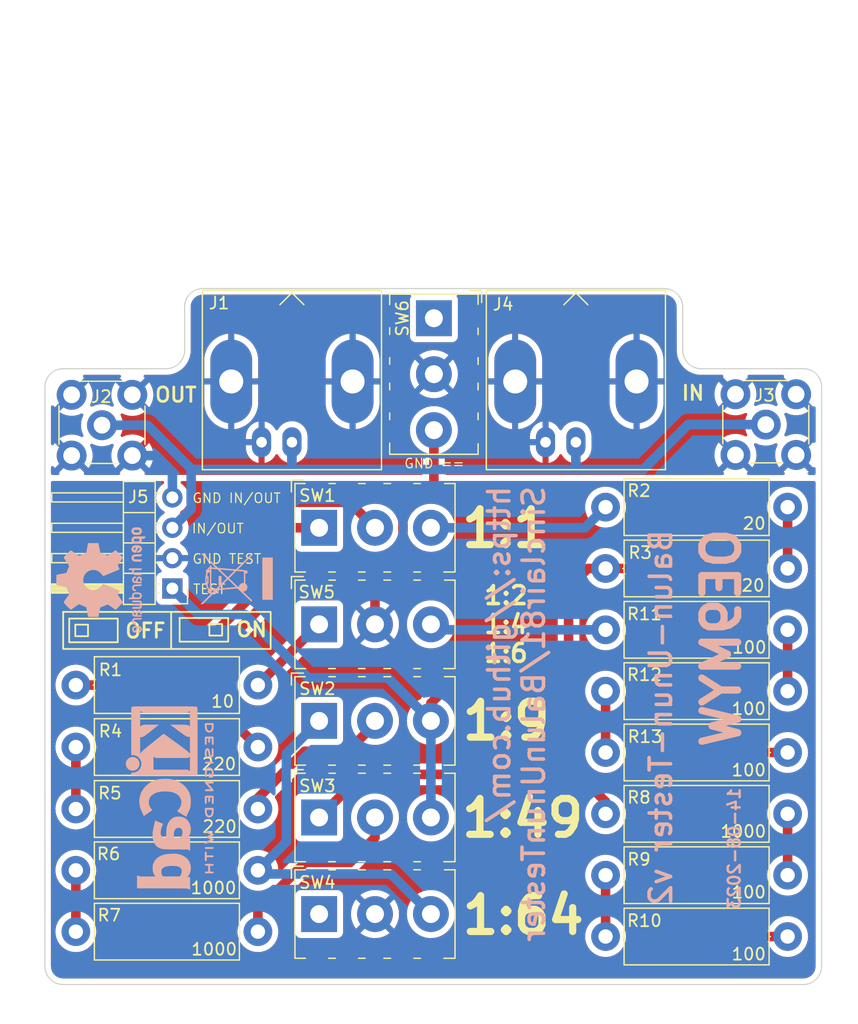
<source format=kicad_pcb>
(kicad_pcb (version 20211014) (generator pcbnew)
  (layers (0 "F.Cu" signal) (31 "B.Cu" signal) (34 "B.Paste" user) (35 "F.Paste" user) (36 "B.SilkS" user "B.Silkscreen") (37 "F.SilkS" user "F.Silkscreen") (38 "B.Mask" user) (39 "F.Mask" user) (44 "Edge.Cuts" user))
  (net 0 "")
  (net 1 "GND")
  (net 2 "Net-(R1-Pad1)")
  (net 3 "Net-(R2-Pad1)")
  (net 4 "Net-(R4-Pad1)")
  (net 5 "Net-(R5-Pad2)")
  (net 6 "Net-(R6-Pad1)")
  (net 7 "Net-(R6-Pad2)")
  (net 8 "Net-(R7-Pad2)")
  (net 9 "Net-(R8-Pad1)")
  (net 10 "Net-(R10-Pad2)")
  (net 11 "Net-(R8-Pad2)")
  (net 12 "Net-(R11-Pad1)")
  (net 13 "Net-(R11-Pad2)")
  (net 14 "Net-(R10-Pad1)")
  (net 16 "Net-(R1-Pad2)")
  (net 17 "Net-(R2-Pad2)")
  (net 18 "Net-(R4-Pad2)")
  (net 19 "Net-(R12-Pad2)")
  (net 20 "Net-(J3-Pad1)")
  (net 21 "GND1")
  (footprint "Connector_PinHeader_2.54mm:PinHeader_1x04_P2.54mm_Horizontal" (layer "F.Cu") (at 139.0396 104.4956 180)
    (fp_text reference "J5" (at 2.851 7.6608) (layer "F.SilkS"))
    (fp_text value "Conn_01x04_Male" hide)
    (pad "1" thru_hole rect locked (at 0 0 180) (size 1.7 1.7) (drill 1) (layers *.Cu *.Mask) (net 10 "Net-(R10-Pad2)"))
    (pad "2" thru_hole oval locked (at 0 2.54 180) (size 1.7 1.7) (drill 1) (layers *.Cu *.Mask) (net 1 "GND"))
    (pad "3" thru_hole oval locked (at 0 5.08 180) (size 1.7 1.7) (drill 1) (layers *.Cu *.Mask) (net 20 "Net-(J3-Pad1)"))
    (pad "4" thru_hole oval locked (at 0 7.62 180) (size 1.7 1.7) (drill 1) (layers *.Cu *.Mask) (net 21 "GND1"))
  )
  (footprint "Connector_Coaxial:SMA_Molex_73251-2200_Horizontal_neu" (layer "F.Cu") (at 188.722 90.7848)
    (fp_text reference "J3" (at -0.1016 -2.4384 180) (layer "F.SilkS"))
    (fp_text value "SMA_IN")
    (pad "1" thru_hole circle locked (at 0 0) (size 2.5 2.5) (drill 1.4) (layers *.Cu *.Mask) (net 20 "Net-(J3-Pad1)"))
    (pad "2" thru_hole circle locked (at -2.54 2.54) (size 2.5 2.5) (drill 1.4) (layers *.Cu *.Mask) (net 21 "GND1"))
    (pad "2" thru_hole circle locked (at 2.54 -2.54) (size 2.5 2.5) (drill 1.4) (layers *.Cu *.Mask) (net 21 "GND1"))
    (pad "2" thru_hole circle locked (at -2.54 -2.54) (size 2.5 2.5) (drill 1.4) (layers *.Cu *.Mask) (net 21 "GND1"))
    (pad "2" thru_hole circle locked (at 2.54 2.54 90) (size 2.5 2.5) (drill 1.4) (layers *.Cu *.Mask) (net 21 "GND1"))
  )
  (footprint "Button_Switch_THT:SW_DR-YM-486-DESNL" (layer "F.Cu") (at 156.0036 123.6472)
    (fp_text reference "SW3" (at -4.826 -2.6416) (layer "F.SilkS"))
    (fp_text value "SW_DR-YM-486-DESNL" hide)
    (pad "1" thru_hole rect locked (at -4.68 0) (size 3 3) (drill 1.5) (layers *.Cu *.Mask) (net 9 "Net-(R8-Pad1)"))
    (pad "2" thru_hole circle locked (at 0 0) (size 3 3) (drill 1.5) (layers *.Cu *.Mask) (net 8 "Net-(R7-Pad2)"))
    (pad "3" thru_hole circle locked (at 4.68 0) (size 3 3) (drill 1.5) (layers *.Cu *.Mask) (net 10 "Net-(R10-Pad2)"))
  )
  (footprint "Button_Switch_THT:SW_DR-YM-486-DESNL" (layer "F.Cu") (at 156.0036 99.4156)
    (fp_text reference "SW1" (at -4.826 -2.6924) (layer "F.SilkS"))
    (fp_text value "SW_DR-YM-486-DESNL" hide)
    (pad "1" thru_hole rect locked (at -4.68 0) (size 3 3) (drill 1.5) (layers *.Cu *.Mask) (net 18 "Net-(R4-Pad2)"))
    (pad "2" thru_hole circle locked (at 0 0) (size 3 3) (drill 1.5) (layers *.Cu *.Mask) (net 16 "Net-(R1-Pad2)"))
    (pad "3" thru_hole circle locked (at 4.68 0) (size 3 3) (drill 1.5) (layers *.Cu *.Mask) (net 17 "Net-(R2-Pad2)"))
  )
  (footprint "Connector_Coaxial:BNC_Amphenol_B6252HB-NPP3G-50_Horizontal" (layer "F.Cu") (at 149.0472 92.258)
    (fp_text reference "J1" (at -6.096 -11.6332) (layer "F.SilkS"))
    (fp_text value "BNC_OUT")
    (pad "1" thru_hole oval locked (at 0 0) (size 1.6 2.5) (drill 0.89) (layers *.Cu *.Mask) (net 20 "Net-(J3-Pad1)"))
    (pad "2" thru_hole oval locked (at 5.08 -5.08) (size 3.5 7) (drill 2.01) (layers *.Cu *.Mask) (net 21 "GND1"))
    (pad "2" thru_hole oval locked (at -2.54 0) (size 1.6 2.5) (drill 0.89) (layers *.Cu *.Mask) (net 21 "GND1"))
    (pad "2" thru_hole oval locked (at -5.08 -5.08) (size 3.5 7) (drill 2.01) (layers *.Cu *.Mask) (net 21 "GND1"))
  )
  (footprint "Resistor_THT:R_Axial_DIN0414_L11.9mm_D4.5mm_P15.24mm_Horizontal" (layer "F.Cu") (at 130.9592 133.1976)
    (fp_text reference "R7" (at 2.794 -1.3716) (layer "F.SilkS"))
    (fp_text value "1000" (at 11.5824 1.4732) (layer "F.SilkS"))
    (pad "1" thru_hole circle locked (at 0 0) (size 2.4 2.4) (drill 1.2) (layers *.Cu *.Mask) (net 6 "Net-(R6-Pad1)"))
    (pad "2" thru_hole oval locked (at 15.24 0) (size 2.4 2.4) (drill 1.2) (layers *.Cu *.Mask) (net 8 "Net-(R7-Pad2)"))
  )
  (footprint "Resistor_THT:R_Axial_DIN0414_L11.9mm_D4.5mm_P15.24mm_Horizontal" (layer "F.Cu") (at 190.5476 97.6884 180)
    (fp_text reference "R2" (at 12.446 1.3716) (layer "F.SilkS"))
    (fp_text value "20" (at 2.794 -1.3716) (layer "F.SilkS"))
    (pad "1" thru_hole circle locked (at 0 0 180) (size 2.4 2.4) (drill 1.2) (layers *.Cu *.Mask) (net 3 "Net-(R2-Pad1)"))
    (pad "2" thru_hole oval locked (at 15.24 0 180) (size 2.4 2.4) (drill 1.2) (layers *.Cu *.Mask) (net 17 "Net-(R2-Pad2)"))
  )
  (footprint "Resistor_THT:R_Axial_DIN0414_L11.9mm_D4.5mm_P15.24mm_Horizontal" (layer "F.Cu") (at 130.9592 122.936)
    (fp_text reference "R5" (at 2.8448 -1.3208) (layer "F.SilkS"))
    (fp_text value "220" (at 12.0396 1.4732) (layer "F.SilkS"))
    (pad "1" thru_hole circle locked (at 0 0) (size 2.4 2.4) (drill 1.2) (layers *.Cu *.Mask) (net 4 "Net-(R4-Pad1)"))
    (pad "2" thru_hole oval locked (at 15.24 0) (size 2.4 2.4) (drill 1.2) (layers *.Cu *.Mask) (net 5 "Net-(R5-Pad2)"))
  )
  (footprint "Button_Switch_THT:SW_DR-YM-486-DESNL" (layer "F.Cu") (at 156.0036 131.7244)
    (fp_text reference "SW4" (at -4.826 -2.6416) (layer "F.SilkS"))
    (fp_text value "SW_DR-YM-486-DESNL" hide)
    (pad "1" thru_hole rect locked (at -4.68 0) (size 3 3) (drill 1.5) (layers *.Cu *.Mask))
    (pad "2" thru_hole circle locked (at 0 0) (size 3 3) (drill 1.5) (layers *.Cu *.Mask) (net 1 "GND"))
    (pad "3" thru_hole circle locked (at 4.68 0) (size 3 3) (drill 1.5) (layers *.Cu *.Mask) (net 7 "Net-(R6-Pad2)"))
  )
  (footprint "Resistor_THT:R_Axial_DIN0414_L11.9mm_D4.5mm_P15.24mm_Horizontal" (layer "F.Cu") (at 146.1992 112.5728 180)
    (fp_text reference "R1" (at 12.3444 1.27) (layer "F.SilkS"))
    (fp_text value "10" (at 2.9464 -1.3716) (layer "F.SilkS"))
    (pad "1" thru_hole circle locked (at 0 0 180) (size 2.4 2.4) (drill 1.2) (layers *.Cu *.Mask) (net 2 "Net-(R1-Pad1)"))
    (pad "2" thru_hole oval locked (at 15.24 0 180) (size 2.4 2.4) (drill 1.2) (layers *.Cu *.Mask) (net 16 "Net-(R1-Pad2)"))
  )
  (footprint "Resistor_THT:R_Axial_DIN0414_L11.9mm_D4.5mm_P15.24mm_Horizontal" (layer "F.Cu") (at 175.3076 118.2116)
    (fp_text reference "R13" (at 3.302 -1.3208) (layer "F.SilkS"))
    (fp_text value "100" (at 11.9888 1.4732) (layer "F.SilkS"))
    (pad "1" thru_hole circle locked (at 0 0) (size 2.4 2.4) (drill 1.2) (layers *.Cu *.Mask) (net 19 "Net-(R12-Pad2)"))
    (pad "2" thru_hole oval locked (at 15.24 0) (size 2.4 2.4) (drill 1.2) (layers *.Cu *.Mask) (net 10 "Net-(R10-Pad2)"))
  )
  (footprint "Resistor_THT:R_Axial_DIN0414_L11.9mm_D4.5mm_P15.24mm_Horizontal" (layer "F.Cu") (at 130.9592 128.0668)
    (fp_text reference "R6" (at 2.7432 -1.3716) (layer "F.SilkS"))
    (fp_text value "1000" (at 11.5316 1.4732) (layer "F.SilkS"))
    (pad "1" thru_hole circle locked (at 0 0) (size 2.4 2.4) (drill 1.2) (layers *.Cu *.Mask) (net 6 "Net-(R6-Pad1)"))
    (pad "2" thru_hole oval locked (at 15.24 0) (size 2.4 2.4) (drill 1.2) (layers *.Cu *.Mask) (net 7 "Net-(R6-Pad2)"))
  )
  (footprint "Resistor_THT:R_Axial_DIN0414_L11.9mm_D4.5mm_P15.24mm_Horizontal" (layer "F.Cu") (at 175.3076 107.95)
    (fp_text reference "R11" (at 3.2512 -1.3208) (layer "F.SilkS"))
    (fp_text value "100" (at 12.0396 1.4732) (layer "F.SilkS"))
    (pad "1" thru_hole circle locked (at 0 0) (size 2.4 2.4) (drill 1.2) (layers *.Cu *.Mask) (net 12 "Net-(R11-Pad1)"))
    (pad "2" thru_hole oval locked (at 15.24 0) (size 2.4 2.4) (drill 1.2) (layers *.Cu *.Mask) (net 13 "Net-(R11-Pad2)"))
  )
  (footprint "Resistor_THT:R_Axial_DIN0414_L11.9mm_D4.5mm_P15.24mm_Horizontal" (layer "F.Cu") (at 190.5476 128.4732 180)
    (fp_text reference "R9" (at 12.446 1.3208) (layer "F.SilkS"))
    (fp_text value "100" (at 3.2512 -1.4224) (layer "F.SilkS"))
    (pad "1" thru_hole circle locked (at 0 0 180) (size 2.4 2.4) (drill 1.2) (layers *.Cu *.Mask) (net 11 "Net-(R8-Pad2)"))
    (pad "2" thru_hole oval locked (at 15.24 0 180) (size 2.4 2.4) (drill 1.2) (layers *.Cu *.Mask) (net 14 "Net-(R10-Pad1)"))
  )
  (footprint "Resistor_THT:R_Axial_DIN0414_L11.9mm_D4.5mm_P15.24mm_Horizontal" (layer "F.Cu") (at 175.3076 123.3424)
    (fp_text reference "R8" (at 2.794 -1.3716) (layer "F.SilkS"))
    (fp_text value "1000" (at 11.5316 1.4732) (layer "F.SilkS"))
    (pad "1" thru_hole circle locked (at 0 0) (size 2.4 2.4) (drill 1.2) (layers *.Cu *.Mask) (net 9 "Net-(R8-Pad1)"))
    (pad "2" thru_hole oval locked (at 15.24 0) (size 2.4 2.4) (drill 1.2) (layers *.Cu *.Mask) (net 11 "Net-(R8-Pad2)"))
  )
  (footprint "Connector_Coaxial:SMA_Molex_73251-2200_Horizontal_neu" (layer "F.Cu") (at 133.1468 90.8356)
    (fp_text reference "J2" (at -0.0508 -2.3876 180) (layer "F.SilkS"))
    (fp_text value "SMA_OUT")
    (pad "1" thru_hole circle locked (at 0 0) (size 2.5 2.5) (drill 1.4) (layers *.Cu *.Mask) (net 20 "Net-(J3-Pad1)"))
    (pad "2" thru_hole circle locked (at 2.54 2.54 90) (size 2.5 2.5) (drill 1.4) (layers *.Cu *.Mask) (net 21 "GND1"))
    (pad "2" thru_hole circle locked (at 2.54 -2.54) (size 2.5 2.5) (drill 1.4) (layers *.Cu *.Mask) (net 21 "GND1"))
    (pad "2" thru_hole circle locked (at -2.54 -2.54) (size 2.5 2.5) (drill 1.4) (layers *.Cu *.Mask) (net 21 "GND1"))
    (pad "2" thru_hole circle locked (at -2.54 2.54) (size 2.5 2.5) (drill 1.4) (layers *.Cu *.Mask) (net 21 "GND1"))
  )
  (footprint "Button_Switch_THT:SW_DR-YM-486-DESNL" (layer "F.Cu") (at 156.0036 107.4928)
    (fp_text reference "SW5" (at -4.8768 -2.6924) (layer "F.SilkS"))
    (fp_text value "SW_DR-YM-486-DESNL" hide)
    (pad "1" thru_hole rect locked (at -4.68 0) (size 3 3) (drill 1.5) (layers *.Cu *.Mask) (net 2 "Net-(R1-Pad1)"))
    (pad "2" thru_hole circle locked (at 0 0) (size 3 3) (drill 1.5) (layers *.Cu *.Mask) (net 1 "GND"))
    (pad "3" thru_hole circle locked (at 4.68 0) (size 3 3) (drill 1.5) (layers *.Cu *.Mask) (net 12 "Net-(R11-Pad1)"))
  )
  (footprint "Button_Switch_THT:SW_DR-YM-486-DESNL" (layer "F.Cu") (at 160.9344 86.5684 -90)
    (fp_text reference "SW6" (at -4.6736 2.6416 90) (layer "F.SilkS"))
    (fp_text value "SW_DR-YM-486-DESNL" hide)
    (pad "1" thru_hole rect locked (at -4.68 0 270) (size 3 3) (drill 1.5) (layers *.Cu *.Mask))
    (pad "2" thru_hole circle locked (at 0 0 270) (size 3 3) (drill 1.5) (layers *.Cu *.Mask) (net 21 "GND1"))
    (pad "3" thru_hole circle locked (at 4.68 0 270) (size 3 3) (drill 1.5) (layers *.Cu *.Mask) (net 1 "GND"))
  )
  (footprint "Button_Switch_THT:SW_DR-YM-486-DESNL" (layer "F.Cu") (at 156.0036 115.57)
    (fp_text reference "SW2" (at -4.826 -2.6924) (layer "F.SilkS"))
    (fp_text value "SW_DR-YM-486-DESNL" hide)
    (pad "1" thru_hole rect locked (at -4.68 0) (size 3 3) (drill 1.5) (layers *.Cu *.Mask) (net 7 "Net-(R6-Pad2)"))
    (pad "2" thru_hole circle locked (at 0 0) (size 3 3) (drill 1.5) (layers *.Cu *.Mask) (net 5 "Net-(R5-Pad2)"))
    (pad "3" thru_hole circle locked (at 4.68 0) (size 3 3) (drill 1.5) (layers *.Cu *.Mask) (net 10 "Net-(R10-Pad2)"))
  )
  (footprint "Resistor_THT:R_Axial_DIN0414_L11.9mm_D4.5mm_P15.24mm_Horizontal" (layer "F.Cu") (at 130.9592 117.7544)
    (fp_text reference "R4" (at 2.8956 -1.3208) (layer "F.SilkS"))
    (fp_text value "220" (at 11.9888 1.4224) (layer "F.SilkS"))
    (pad "1" thru_hole circle locked (at 0 0) (size 2.4 2.4) (drill 1.2) (layers *.Cu *.Mask) (net 4 "Net-(R4-Pad1)"))
    (pad "2" thru_hole oval locked (at 15.24 0) (size 2.4 2.4) (drill 1.2) (layers *.Cu *.Mask) (net 18 "Net-(R4-Pad2)"))
  )
  (footprint "Resistor_THT:R_Axial_DIN0414_L11.9mm_D4.5mm_P15.24mm_Horizontal" (layer "F.Cu") (at 175.3076 133.604)
    (fp_text reference "R10" (at 3.2512 -1.3208) (layer "F.SilkS"))
    (fp_text value "100" (at 11.9888 1.4732) (layer "F.SilkS"))
    (pad "1" thru_hole circle locked (at 0 0) (size 2.4 2.4) (drill 1.2) (layers *.Cu *.Mask) (net 14 "Net-(R10-Pad1)"))
    (pad "2" thru_hole oval locked (at 15.24 0) (size 2.4 2.4) (drill 1.2) (layers *.Cu *.Mask) (net 10 "Net-(R10-Pad2)"))
  )
  (footprint "Resistor_THT:R_Axial_DIN0414_L11.9mm_D4.5mm_P15.24mm_Horizontal" (layer "F.Cu") (at 190.5476 113.0808 180)
    (fp_text reference "R12" (at 11.9888 1.3716) (layer "F.SilkS"))
    (fp_text value "100" (at 3.2512 -1.4732) (layer "F.SilkS"))
    (pad "1" thru_hole circle locked (at 0 0 180) (size 2.4 2.4) (drill 1.2) (layers *.Cu *.Mask) (net 13 "Net-(R11-Pad2)"))
    (pad "2" thru_hole oval locked (at 15.24 0 180) (size 2.4 2.4) (drill 1.2) (layers *.Cu *.Mask) (net 19 "Net-(R12-Pad2)"))
  )
  (footprint "Resistor_THT:R_Axial_DIN0414_L11.9mm_D4.5mm_P15.24mm_Horizontal" (layer "F.Cu") (at 190.5476 102.8192 180)
    (fp_text reference "R3" (at 12.3444 1.3208) (layer "F.SilkS"))
    (fp_text value "20" (at 2.8956 -1.4224) (layer "F.SilkS"))
    (pad "1" thru_hole circle locked (at 0 0 180) (size 2.4 2.4) (drill 1.2) (layers *.Cu *.Mask) (net 3 "Net-(R2-Pad1)"))
    (pad "2" thru_hole oval locked (at 15.24 0 180) (size 2.4 2.4) (drill 1.2) (layers *.Cu *.Mask) (net 10 "Net-(R10-Pad2)"))
  )
  (footprint "Connector_Coaxial:BNC_Amphenol_B6252HB-NPP3G-50_Horizontal" (layer "F.Cu") (at 172.8216 92.258)
    (fp_text reference "J4" (at -6.096 -11.5316) (layer "F.SilkS"))
    (fp_text value "BNC_IN")
    (pad "1" thru_hole oval locked (at 0 0) (size 1.6 2.5) (drill 0.89) (layers *.Cu *.Mask) (net 20 "Net-(J3-Pad1)"))
    (pad "2" thru_hole oval locked (at -5.08 -5.08) (size 3.5 7) (drill 2.01) (layers *.Cu *.Mask) (net 21 "GND1"))
    (pad "2" thru_hole oval locked (at 5.08 -5.08) (size 3.5 7) (drill 2.01) (layers *.Cu *.Mask) (net 21 "GND1"))
    (pad "2" thru_hole oval locked (at -2.54 0) (size 1.6 2.5) (drill 0.89) (layers *.Cu *.Mask) (net 21 "GND1"))
  )
  (footprint "Symbol:WEEE-Logo_4.2x6mm_SilkScreen" (layer "B.Cu") (at 144.4244 103.6828 -90)
    (fp_text reference "REF3" hide)
    (fp_text value "WEEE-Logo_4.2x6mm_SilkScreen" hide)
  )
  (footprint "Symbol:OSHW-Logo2_9.8x8mm_SilkScreen" (layer "B.Cu") (at 133.0452 103.7844 -90)
    (fp_text reference "REF2" hide)
    (fp_text value "OSHW-Logo2_9.8x8mm_SilkScreen" hide)
  )
  (footprint "Symbol:KiCad-Logo2_6mm_SilkScreen" (layer "B.Cu") (at 138.1252 122.0216 -90)
    (fp_text reference "REF1" hide)
    (fp_text value "KiCad-Logo2_6mm_SilkScreen" hide)
  )
  (gr_rect (start 129.8956 106.4514) (end 147.2692 109.5502) (layer "F.SilkS") (width 0.15) (fill none))
  (gr_rect (start 130.4036 107.0102) (end 134.4676 108.9914) (layer "F.SilkS") (width 0.15) (fill none))
  (gr_line (start 138.938 106.4514) (end 138.938 109.5502) (layer "F.SilkS") (width 0.15))
  (gr_rect (start 143.7132 108.9406) (end 139.6492 106.9594) (layer "F.SilkS") (width 0.15) (fill none))
  (gr_rect (start 130.9116 107.5182) (end 131.9784 108.4834) (layer "F.SilkS") (width 0.15) (fill none))
  (gr_rect (start 143.2052 108.4326) (end 142.1384 107.4674) (layer "F.SilkS") (width 0.15) (fill none))
  (gr_line (start 129.8924 137.6172) (end 191.8684 137.6172) (layer "Edge.Cuts") (width 0.1))
  (gr_arc (start 128.3716 87.6352) (mid 128.782446 86.59287) (end 129.794 86.1112) (layer "Edge.Cuts") (width 0.1))
  (gr_arc (start 191.8716 86.1112) (mid 192.949231 86.557569) (end 193.3956 87.6352) (layer "Edge.Cuts") (width 0.1))
  (gr_arc (start 140.066431 80.9296) (mid 140.512798 79.851967) (end 141.590431 79.4056) (layer "Edge.Cuts") (width 0.1))
  (gr_line (start 181.765884 81.0368) (end 181.773231 84.576369) (layer "Edge.Cuts") (width 0.1))
  (gr_line (start 140.066431 80.9296) (end 140.066431 84.547231) (layer "Edge.Cuts") (width 0.1))
  (gr_arc (start 180.278369 79.4056) (mid 181.358847 79.914139) (end 181.765884 81.0368) (layer "Edge.Cuts") (width 0.1))
  (gr_arc (start 193.3924 136.0932) (mid 192.946031 137.170831) (end 191.8684 137.6172) (layer "Edge.Cuts") (width 0.1))
  (gr_arc (start 140.066431 84.547231) (mid 139.620829 85.645033) (end 138.5316 86.1112) (layer "Edge.Cuts") (width 0.1))
  (gr_line (start 128.3716 87.6352) (end 128.3684 136.0932) (layer "Edge.Cuts") (width 0.1))
  (gr_line (start 193.3924 136.0932) (end 193.3956 87.6352) (layer "Edge.Cuts") (width 0.1))
  (gr_line (start 141.590431 79.4056) (end 180.278369 79.4056) (layer "Edge.Cuts") (width 0.1))
  (gr_arc (start 183.2356 86.1112) (mid 182.197347 85.636356) (end 181.773231 84.576369) (layer "Edge.Cuts") (width 0.1))
  (gr_line (start 183.2356 86.1112) (end 191.8716 86.1112) (layer "Edge.Cuts") (width 0.1))
  (gr_arc (start 129.8924 137.6172) (mid 128.814769 137.170831) (end 128.3684 136.0932) (layer "Edge.Cuts") (width 0.1))
  (gr_line (start 138.5316 86.1112) (end 129.794 86.1112) (layer "Edge.Cuts") (width 0.1))
  (gr_text "OE9MYW" (at 185.0136 99.1616 90) (layer "B.SilkS") (effects (font (size 3 3) (thickness 0.6)) (justify left mirror)))
  (gr_text "14-08-2023" (at 186.0804 121.0564 90) (layer "B.SilkS") (effects (font (size 1 1) (thickness 0.2)) (justify left mirror)))
  (gr_text "https://github.com/\nSinclair81/BalunUnunTester" (at 167.8432 95.758 90) (layer "B.SilkS") (effects (font (size 1.8 1.8) (thickness 0.3)) (justify left mirror)))
  (gr_text "Balun-Unun-Tester v2" (at 179.9336 99.4156 90) (layer "B.SilkS") (effects (font (size 1.8 1.8) (thickness 0.3)) (justify left mirror)))
  (gr_text "GND ==" (at 158.3944 94.036) (layer "F.SilkS") (effects (font (size 0.8 0.8) (thickness 0.1)) (justify left)))
  (gr_text "ON" (at 144.272 107.9246) (layer "F.SilkS") (effects (font (size 1.2 1.2) (thickness 0.23)) (justify left)))
  (gr_text "IN/OUT" (at 140.6082 99.4764) (layer "F.SilkS") (effects (font (size 0.8 0.8) (thickness 0.1)) (justify left)))
  (gr_text "GND TEST" (at 140.659 102.0164) (layer "F.SilkS") (effects (font (size 0.8 0.8) (thickness 0.1)) (justify left)))
  (gr_text "1:1" (at 162.9664 99.4664) (layer "F.SilkS") (effects (font (size 3 3) (thickness 0.6)) (justify left)))
  (gr_text "OFF" (at 134.9756 108.0262) (layer "F.SilkS") (effects (font (size 1.2 1.2) (thickness 0.23)) (justify left)))
  (gr_text "IN" (at 181.5592 88.1432) (layer "F.SilkS") (effects (font (size 1.2 1.2) (thickness 0.23)) (justify left)))
  (gr_text "1:64" (at 163.0172 131.826) (layer "F.SilkS") (effects (font (size 3 3) (thickness 0.6)) (justify left)))
  (gr_text "1:49" (at 162.9664 123.698) (layer "F.SilkS") (effects (font (size 3 3) (thickness 0.6)) (justify left)))
  (gr_text "GND IN/OUT" (at 140.659 96.9364) (layer "F.SilkS") (effects (font (size 0.8 0.8) (thickness 0.1)) (justify left)))
  (gr_text "OUT" (at 137.4648 88.2956) (layer "F.SilkS") (effects (font (size 1.2 1.2) (thickness 0.23)) (justify left)))
  (gr_text "TEST" (at 140.7098 104.5564) (layer "F.SilkS") (effects (font (size 0.8 0.8) (thickness 0.1)) (justify left)))
  (gr_text "1:9" (at 163.014 115.57) (layer "F.SilkS") (effects (font (size 3 3) (thickness 0.6)) (justify left)))
  (gr_text "1:2\n1:4\n1:6" (at 164.9952 107.4928) (layer "F.SilkS") (effects (font (size 1.5 1.5) (thickness 0.3)) (justify left)))
  (segment (start 160.9344 91.2484) (end 160.9344 95.758) (width 0.8) (layer "F.Cu") (net 1))
  (segment (start 156.0036 102.9748) (end 156.0036 107.4928) (width 0.8) (layer "F.Cu") (net 1))
  (segment (start 158.3436 100.6348) (end 156.0036 102.9748) (width 0.8) (layer "F.Cu") (net 1))
  (segment (start 160.9344 95.758) (end 158.3436 98.3488) (width 0.8) (layer "F.Cu") (net 1))
  (segment (start 158.3436 98.3488) (end 158.3436 100.6348) (width 0.8) (layer "F.Cu") (net 1))
  (segment (start 151.2792 107.4928) (end 146.1992 112.5728) (width 0.8) (layer "F.Cu") (net 2))
  (segment (start 151.3236 107.4928) (end 151.2792 107.4928) (width 0.8) (layer "F.Cu") (net 2))
  (segment (start 190.5476 97.6884) (end 190.5476 102.8192) (width 0.8) (layer "F.Cu") (net 3))
  (segment (start 130.9592 117.7544) (end 130.9592 122.936) (width 0.8) (layer "F.Cu") (net 4))
  (segment (start 146.1992 122.936) (end 146.1992 122.0216) (width 0.8) (layer "F.Cu") (net 5))
  (segment (start 150.1108 118.11) (end 153.7176 118.11) (width 0.8) (layer "F.Cu") (net 5))
  (segment (start 146.1992 122.0216) (end 150.1108 118.11) (width 0.8) (layer "F.Cu") (net 5))
  (segment (start 156.0036 115.824) (end 156.0036 115.57) (width 0.8) (layer "F.Cu") (net 5))
  (segment (start 153.7176 118.11) (end 156.0036 115.824) (width 0.8) (layer "F.Cu") (net 5))
  (segment (start 130.9592 128.0668) (end 130.9592 133.1976) (width 0.8) (layer "F.Cu") (net 6))
  (segment (start 151.3236 115.57) (end 148.5868 118.3068) (width 0.8) (layer "B.Cu") (net 7))
  (segment (start 146.1992 128.0668) (end 146.504 128.3716) (width 0.8) (layer "B.Cu") (net 7))
  (segment (start 146.504 128.3716) (end 157.3308 128.3716) (width 0.8) (layer "B.Cu") (net 7))
  (segment (start 148.5868 118.3068) (end 148.5868 125.6792) (width 0.8) (layer "B.Cu") (net 7))
  (segment (start 157.3308 128.3716) (end 160.6836 131.7244) (width 0.8) (layer "B.Cu") (net 7))
  (segment (start 148.5868 125.6792) (end 146.1992 128.0668) (width 0.8) (layer "B.Cu") (net 7))
  (segment (start 153.9208 127.4064) (end 150.1616 127.4064) (width 0.8) (layer "F.Cu") (net 8))
  (segment (start 156.0036 125.3236) (end 153.9208 127.4064) (width 0.8) (layer "F.Cu") (net 8))
  (segment (start 156.0036 123.6472) (end 156.0036 125.3236) (width 0.8) (layer "F.Cu") (net 8))
  (segment (start 146.1992 131.3688) (end 146.1992 133.1976) (width 0.8) (layer "F.Cu") (net 8))
  (segment (start 150.1616 127.4064) (end 146.1992 131.3688) (width 0.8) (layer "F.Cu") (net 8))
  (segment (start 173.0216 120.0404) (end 154.9304 120.0404) (width 0.8) (layer "F.Cu") (net 9))
  (segment (start 154.9304 120.0404) (end 151.3236 123.6472) (width 0.8) (layer "F.Cu") (net 9))
  (segment (start 175.3076 122.3264) (end 173.0216 120.0404) (width 0.8) (layer "F.Cu") (net 9))
  (segment (start 175.3076 123.3424) (end 175.3076 122.3264) (width 0.8) (layer "F.Cu") (net 9))
  (segment (start 172.5644 104.0892) (end 172.2088 104.4448) (width 0.8) (layer "F.Cu") (net 10))
  (segment (start 170.7356 112.0648) (end 162.7092 112.0648) (width 0.8) (layer "F.Cu") (net 10))
  (segment (start 185.9756 118.2116) (end 182.8768 115.1128) (width 0.8) (layer "F.Cu") (net 10))
  (segment (start 162.7092 112.0648) (end 160.6836 114.0904) (width 0.8) (layer "F.Cu") (net 10))
  (segment (start 190.5476 118.2116) (end 185.9756 118.2116) (width 0.8) (layer "F.Cu") (net 10))
  (segment (start 183.2324 130.0988) (end 186.7376 133.604) (width 0.8) (layer "F.Cu") (net 10))
  (segment (start 182.8768 115.1128) (end 182.8768 105.8672) (width 0.8) (layer "F.Cu") (net 10))
  (segment (start 183.2324 120.9548) (end 183.2324 130.0988) (width 0.8) (layer "F.Cu") (net 10))
  (segment (start 175.3076 102.8192) (end 173.8344 102.8192) (width 0.8) (layer "F.Cu") (net 10))
  (segment (start 182.8768 105.8672) (end 179.8288 102.8192) (width 0.8) (layer "F.Cu") (net 10))
  (segment (start 160.6836 114.0904) (end 160.6836 115.57) (width 0.8) (layer "F.Cu") (net 10))
  (segment (start 179.8288 102.8192) (end 175.3076 102.8192) (width 0.8) (layer "F.Cu") (net 10))
  (segment (start 173.8344 102.8192) (end 172.5644 104.0892) (width 0.8) (layer "F.Cu") (net 10))
  (segment (start 185.9756 118.2116) (end 183.2324 120.9548) (width 0.8) (layer "F.Cu") (net 10))
  (segment (start 172.2088 104.4448) (end 172.2088 110.5916) (width 0.8) (layer "F.Cu") (net 10))
  (segment (start 186.7376 133.604) (end 190.5476 133.604) (width 0.8) (layer "F.Cu") (net 10))
  (segment (start 172.2088 110.5916) (end 170.7356 112.0648) (width 0.8) (layer "F.Cu") (net 10))
  (segment (start 150.4188 111.9632) (end 145.1256 106.67) (width 0.8) (layer "B.Cu") (net 10))
  (segment (start 160.6836 115.57) (end 157.0768 111.9632) (width 0.8) (layer "B.Cu") (net 10))
  (segment (start 145.1256 106.67) (end 141.214 106.67) (width 0.8) (layer "B.Cu") (net 10))
  (segment (start 157.0768 111.9632) (end 150.4188 111.9632) (width 0.8) (layer "B.Cu") (net 10))
  (segment (start 160.6836 115.57) (end 160.6836 123.6472) (width 0.8) (layer "B.Cu") (net 10))
  (segment (start 141.214 106.67) (end 139.0396 104.4956) (width 0.8) (layer "B.Cu") (net 10))
  (segment (start 190.5476 123.3424) (end 190.5476 128.4732) (width 0.8) (layer "F.Cu") (net 11))
  (segment (start 161.1408 107.95) (end 160.6836 107.4928) (width 0.8) (layer "B.Cu") (net 12))
  (segment (start 175.3076 107.95) (end 161.1408 107.95) (width 0.8) (layer "B.Cu") (net 12))
  (segment (start 190.5476 107.95) (end 190.5476 113.0808) (width 0.8) (layer "F.Cu") (net 13))
  (segment (start 175.3076 133.604) (end 175.3076 128.4732) (width 0.8) (layer "F.Cu") (net 14))
  (segment (start 156.0036 99.4124) (end 153.8732 97.282) (width 0.8) (layer "F.Cu") (net 16))
  (segment (start 149.258178 97.282) (end 149.224089 97.316089) (width 0.8) (layer "F.Cu") (net 16))
  (segment (start 149.1996 97.282) (end 146.9644 99.5172) (width 0.8) (layer "F.Cu") (net 16))
  (segment (start 138.2268 112.5728) (end 130.9592 112.5728) (width 0.8) (layer "F.Cu") (net 16))
  (segment (start 146.9644 99.5172) (end 146.9644 103.8352) (width 0.8) (layer "F.Cu") (net 16))
  (segment (start 146.9644 103.8352) (end 138.2268 112.5728) (width 0.8) (layer "F.Cu") (net 16))
  (segment (start 153.8732 97.282) (end 149.258178 97.282) (width 0.8) (layer "F.Cu") (net 16))
  (segment (start 156.0036 99.4156) (end 156.0036 99.4124) (width 0.8) (layer "F.Cu") (net 16))
  (segment (start 173.5804 99.4156) (end 160.6836 99.4156) (width 0.8) (layer "B.Cu") (net 17))
  (segment (start 175.3076 97.6884) (end 173.5804 99.4156) (width 0.8) (layer "B.Cu") (net 17))
  (segment (start 148.1328 104.394) (end 143.8656 108.6612) (width 0.8) (layer "F.Cu") (net 18))
  (segment (start 148.1328 100.1268) (end 148.1328 104.394) (width 0.8) (layer "F.Cu") (net 18))
  (segment (start 143.8656 115.4208) (end 146.1992 117.7544) (width 0.8) (layer "F.Cu") (net 18))
  (segment (start 151.3236 99.4156) (end 148.844 99.4156) (width 0.8) (layer "F.Cu") (net 18))
  (segment (start 148.844 99.4156) (end 148.1328 100.1268) (width 0.8) (layer "F.Cu") (net 18))
  (segment (start 143.8656 108.6612) (end 143.8656 115.4208) (width 0.8) (layer "F.Cu") (net 18))
  (segment (start 175.3076 113.0808) (end 175.3076 118.2116) (width 0.8) (layer "F.Cu") (net 19))
  (segment (start 188.722 90.7848) (end 182.2196 90.7848) (width 0.8) (layer "B.Cu") (net 20))
  (segment (start 172.8216 94.4932) (end 172.8216 92.258) (width 0.8) (layer "B.Cu") (net 20))
  (segment (start 149.0928 94.5388) (end 149.0472 94.4932) (width 0.8) (layer "B.Cu") (net 20))
  (segment (start 149.0472 94.3408) (end 148.8492 94.5388) (width 0.8) (layer "B.Cu") (net 20))
  (segment (start 172.8216 92.258) (end 172.8216 94.3408) (width 0.8) (layer "B.Cu") (net 20))
  (segment (start 178.4656 94.5388) (end 172.8672 94.5388) (width 0.8) (layer "B.Cu") (net 20))
  (segment (start 140.6144 94.5896) (end 140.6652 94.5388) (width 0.8) (layer "B.Cu") (net 20))
  (segment (start 149.0472 92.258) (end 149.0472 94.3408) (width 0.8) (layer "B.Cu") (net 20))
  (segment (start 172.8672 94.5388) (end 172.8216 94.4932) (width 0.8) (layer "B.Cu") (net 20))
  (segment (start 172.6236 94.5388) (end 149.0928 94.5388) (width 0.8) (layer "B.Cu") (net 20))
  (segment (start 140.6652 94.5388) (end 136.962 90.8356) (width 0.8) (layer "B.Cu") (net 20))
  (segment (start 172.8216 94.3408) (end 172.6236 94.5388) (width 0.8) (layer "B.Cu") (net 20))
  (segment (start 182.2196 90.7848) (end 178.4656 94.5388) (width 0.8) (layer "B.Cu") (net 20))
  (segment (start 139.0396 99.4156) (end 140.6082 97.847) (width 0.8) (layer "B.Cu") (net 20))
  (segment (start 136.962 90.8356) (end 133.1468 90.8356) (width 0.8) (layer "B.Cu") (net 20))
  (segment (start 149.0472 94.4932) (end 149.0472 92.258) (width 0.8) (layer "B.Cu") (net 20))
  (segment (start 148.8492 94.5388) (end 141.7776 94.5388) (width 0.8) (layer "B.Cu") (net 20))
  (segment (start 140.6144 97.8408) (end 140.6144 94.5896) (width 0.8) (layer "B.Cu") (net 20))
  (segment (start 140.6652 94.5388) (end 141.7776 94.5388) (width 0.8) (layer "B.Cu") (net 20))
  (segment (start 137.6732 93.3756) (end 135.6868 93.3756) (width 0.8) (layer "B.Cu") (net 21))
  (segment (start 139.0458 94.7482) (end 137.6732 93.3756) (width 0.8) (layer "B.Cu") (net 21))
  (segment (start 139.0458 96.8694) (end 139.0458 94.7482) (width 0.8) (layer "B.Cu") (net 21))
  (segment (start 139.0396 96.8756) (end 139.0458 96.8694) (width 0.8) (layer "B.Cu") (net 21))
  (zone (net 21) (net_name "GND1") (layer "F.Cu") (connect_pads (clearance 0.508)) (min_thickness 0.254) (fill yes (thermal_gap 0.508) (thermal_bridge_width 0.508))
    (polygon (pts (xy 196.088 94.996) (xy 124.8156 94.996) (xy 125.116475 55.317075) (xy 196.388875 55.317075)))
  )
  (zone (net 1) (net_name "GND") (layer "F.Cu") (connect_pads (clearance 0.508)) (min_thickness 0.254) (fill yes (thermal_gap 0.508) (thermal_bridge_width 0.508))
    (polygon (pts (xy 195.7832 140.7668) (xy 124.6124 140.9192) (xy 124.7648 95.504) (xy 196.088 95.504)))
  )
  (zone (net 21) (net_name "GND1") (layer "B.Cu") (connect_pads (clearance 0.508)) (min_thickness 0.254) (fill yes (thermal_gap 0.508) (thermal_bridge_width 0.508))
    (polygon (pts (xy 196.4436 55.2704) (xy 196.088 94.996) (xy 124.8156 94.996) (xy 125.1712 55.2704)))
  )
  (zone (net 1) (net_name "GND") (layer "B.Cu") (connect_pads (clearance 0.508)) (min_thickness 0.254) (fill yes (thermal_gap 0.508) (thermal_bridge_width 0.508))
    (polygon (pts (xy 196.088 95.504) (xy 195.7292 140.8176) (xy 124.6092 140.9192) (xy 124.7648 95.504)))
  )
)
</source>
